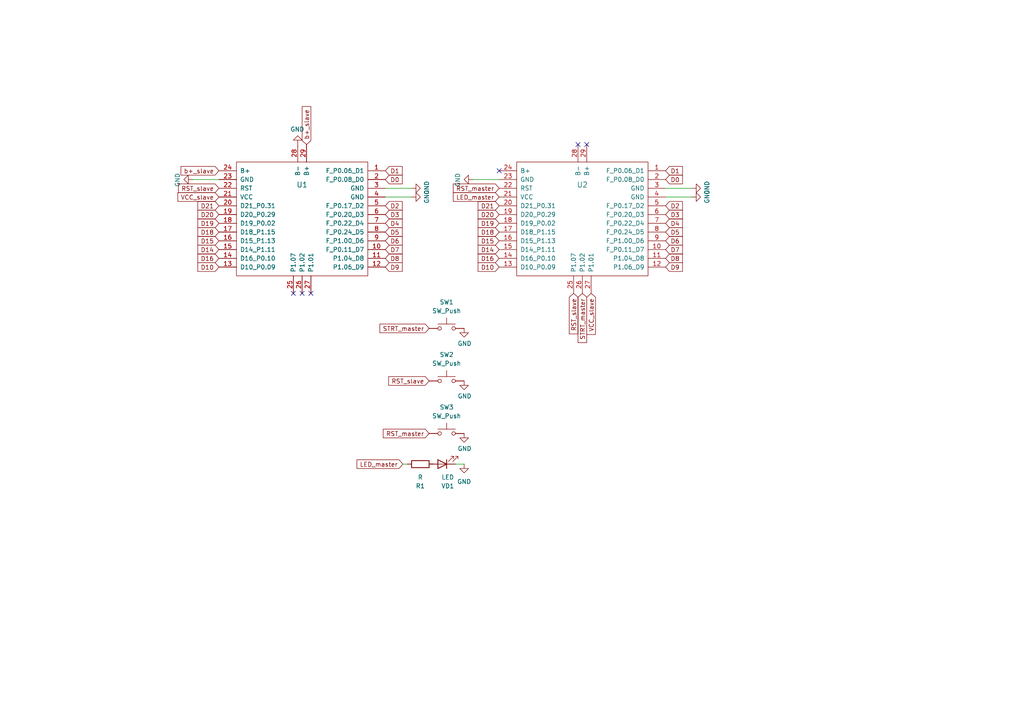
<source format=kicad_sch>
(kicad_sch (version 20250114) (generator "eeschema") (generator_version "9.0")
  (paper "A4")
  (lib_symbols
    (symbol "Device:LED" (pin_numbers (hide yes)) (pin_names (offset 1.016) (hide yes))
      (property "Reference" "D" (at 0 2.54 0))
      (property "Value" "LED" (at 0 -2.54 0))
      (symbol "LED_0_1"
        (polyline (pts (xy -3.048 -0.762) (xy -4.572 -2.286) (xy -3.81 -2.286) (xy -4.572 -2.286) (xy -4.572 -1.524)))
        (polyline (pts (xy -1.778 -0.762) (xy -3.302 -2.286) (xy -2.54 -2.286) (xy -3.302 -2.286) (xy -3.302 -1.524)))
        (polyline (pts (xy -1.27 0) (xy 1.27 0)))
        (polyline (pts (xy -1.27 -1.27) (xy -1.27 1.27)) (stroke (width 0.254)))
        (polyline (pts (xy 1.27 -1.27) (xy 1.27 1.27) (xy -1.27 0) (xy 1.27 -1.27)) (stroke (width 0.254)))
      )
      (symbol "LED_1_1"
        (pin passive line (at -3.81 0 0) (length 2.54) (name "K") (number "1"))
        (pin passive line (at 3.81 0 180) (length 2.54) (name "A") (number "2"))
      )
    )
    (symbol "Device:R" (pin_numbers (hide yes)) (pin_names (offset 0))
      (property "Reference" "R" (at 2.032 0 90))
      (property "Value" "R" (at 0 0 90))
      (symbol "R_0_1"
        (rectangle (start -1.016 -2.54) (end 1.016 2.54) (stroke (width 0.254)))
      )
      (symbol "R_1_1"
        (pin passive line (at 0 3.81 270) (length 1.27) (name "~") (number "1"))
        (pin passive line (at 0 -3.81 90) (length 1.27) (name "~") (number "2"))
      )
    )
    (symbol "GND_1" (power) (pin_numbers (hide yes)) (pin_names (offset 0) (hide yes))
      (property "Value" "GND" (at 0 -3.81 0))
      (symbol "GND_1_0_1"
        (polyline (pts (xy 0 0) (xy 0 -1.27) (xy 1.27 -1.27) (xy 0 -2.54) (xy -1.27 -1.27) (xy 0 -1.27)))
      )
      (symbol "GND_1_1_1"
        (pin power_in line (at 0 0 270) (length 0) (name "~") (number "1"))
      )
    )
    (symbol "Switch:SW_Push" (pin_numbers (hide yes)) (pin_names (offset 1.016) (hide yes))
      (property "Reference" "SW" (at 1.27 2.54 0))
      (property "Value" "SW_Push" (at 0 -1.524 0))
      (symbol "SW_Push_0_1"
        (circle (center -2.032 0) (radius 0.508))
        (polyline (pts (xy 0 1.27) (xy 0 3.048)))
        (circle (center 2.032 0) (radius 0.508))
        (polyline (pts (xy 2.54 1.27) (xy -2.54 1.27)))
        (pin passive line (at -5.08 0 0) (length 2.54) (name "1") (number "1"))
        (pin passive line (at 5.08 0 180) (length 2.54) (name "2") (number "2"))
      )
    )
    (symbol "kbd:ProMicro_r" (pin_names (offset 1.016))
      (property "Reference" "U1" (at 0 13.716 0))
      (symbol "ProMicro_r_0_1"
        (rectangle (start -19.05 20.32) (end 19.05 -12.7))
      )
      (symbol "ProMicro_r_1_1"
        (pin power_out line (at -24.13 17.78 0) (length 5.08) (name "B+") (number "24"))
        (pin power_in line (at -24.13 15.24 0) (length 5.08) (name "GND") (number "23"))
        (pin input line (at -24.13 12.7 0) (length 5.08) (name "RST") (number "22"))
        (pin power_in line (at -24.13 10.16 0) (length 5.08) (name "VCC") (number "21"))
        (pin bidirectional line (at -24.13 7.62 0) (length 5.08) (name "D21_P0.31") (number "20"))
        (pin bidirectional line (at -24.13 5.08 0) (length 5.08) (name "D20_P0.29") (number "19"))
        (pin bidirectional line (at -24.13 2.54 0) (length 5.08) (name "D19_P0.02") (number "18"))
        (pin bidirectional line (at -24.13 0 0) (length 5.08) (name "D18_P1.15") (number "17"))
        (pin bidirectional line (at -24.13 -2.54 0) (length 5.08) (name "D15_P1.13") (number "16"))
        (pin bidirectional line (at -24.13 -5.08 0) (length 5.08) (name "D14_P1.11") (number "15"))
        (pin bidirectional line (at -24.13 -7.62 0) (length 5.08) (name "D16_P0.10") (number "14"))
        (pin bidirectional line (at -24.13 -10.16 0) (length 5.08) (name "D10_P0.09") (number "13"))
        (pin bidirectional line (at -2.54 -17.78 90) (length 5.08) (name "P1.07") (number "25"))
        (pin bidirectional line (at -1.27 25.4 270) (length 5.08) (name "B-") (number "28"))
        (pin bidirectional line (at 0 -17.78 90) (length 5.08) (name "P1.02") (number "26"))
        (pin bidirectional line (at 1.27 25.4 270) (length 5.08) (name "B+") (number "29"))
        (pin bidirectional line (at 2.54 -17.78 90) (length 5.08) (name "P1.01") (number "27"))
        (pin bidirectional line (at 24.13 17.78 180) (length 5.08) (name "F_P0.06_D1") (number "1"))
        (pin bidirectional line (at 24.13 15.24 180) (length 5.08) (name "F_P0.08_D0") (number "2"))
        (pin power_in line (at 24.13 12.7 180) (length 5.08) (name "GND") (number "3"))
        (pin power_in line (at 24.13 10.16 180) (length 5.08) (name "GND") (number "4"))
        (pin bidirectional line (at 24.13 7.62 180) (length 5.08) (name "F_P0.17_D2") (number "5"))
        (pin bidirectional line (at 24.13 5.08 180) (length 5.08) (name "F_P0.20_D3") (number "6"))
        (pin bidirectional line (at 24.13 2.54 180) (length 5.08) (name "F_P0.22_D4") (number "7"))
        (pin bidirectional line (at 24.13 0 180) (length 5.08) (name "F_P0.24_D5") (number "8"))
        (pin bidirectional line (at 24.13 -2.54 180) (length 5.08) (name "F_P1.00_D6") (number "9"))
        (pin bidirectional line (at 24.13 -5.08 180) (length 5.08) (name "F_P0.11_D7") (number "10"))
        (pin bidirectional line (at 24.13 -7.62 180) (length 5.08) (name "P1.04_D8") (number "11"))
        (pin bidirectional line (at 24.13 -10.16 180) (length 5.08) (name "P1.06_D9") (number "12"))
      )
    )
    (symbol "power:GND" (power) (pin_names (offset 0))
      (property "Value" "GND" (at 0 -3.81 0))
      (symbol "GND_0_1"
        (polyline (pts (xy 0 0) (xy 0 -1.27) (xy 1.27 -1.27) (xy 0 -2.54) (xy -1.27 -1.27) (xy 0 -1.27)))
      )
      (symbol "GND_1_1"
        (pin power_in line (at 0 0 270) (length 0) (hide yes) (name "GND") (number "1"))
      )
    )
  )
  (no_connect (at 144.78 49.53))
  (no_connect (at 87.63 85.09))
  (no_connect (at 167.64 41.91))
  (no_connect (at 170.18 41.91))
  (no_connect (at 85.09 85.09))
  (no_connect (at 90.17 85.09))
  (wire (pts (xy 193.04 57.15) (xy 200.66 57.15)))
  (wire (pts (xy 111.76 54.61) (xy 119.38 54.61)))
  (wire (pts (xy 111.76 57.15) (xy 119.38 57.15)))
  (wire (pts (xy 118.11 134.62) (xy 116.84 134.62)))
  (wire (pts (xy 137.16 52.07) (xy 144.78 52.07)))
  (wire (pts (xy 55.88 52.07) (xy 63.5 52.07)))
  (wire (pts (xy 134.62 134.62) (xy 132.08 134.62)))
  (wire (pts (xy 125.73 134.62) (xy 124.46 134.62)))
  (wire (pts (xy 193.04 54.61) (xy 200.66 54.61)))
  (global_label "RST_slave" (shape input) (at 166.37 85.09 270) (property "Intersheetrefs" "${INTERSHEET_REFS}" (effects (hide yes))))
  (global_label "STRT_master" (shape input) (at 168.91 85.09 270) (property "Intersheetrefs" "${INTERSHEET_REFS}" (effects (hide yes))))
  (global_label "D7" (shape input) (at 193.04 72.39 0) (property "Intersheetrefs" "${INTERSHEET_REFS}" (effects (hide yes))))
  (global_label "D2" (shape input) (at 193.04 59.69 0) (property "Intersheetrefs" "${INTERSHEET_REFS}" (effects (hide yes))))
  (global_label "D2" (shape input) (at 111.76 59.69 0) (property "Intersheetrefs" "${INTERSHEET_REFS}" (effects (hide yes))))
  (global_label "D3" (shape input) (at 111.76 62.23 0) (property "Intersheetrefs" "${INTERSHEET_REFS}" (effects (hide yes))))
  (global_label "D5" (shape input) (at 111.76 67.31 0) (property "Intersheetrefs" "${INTERSHEET_REFS}" (effects (hide yes))))
  (global_label "D0" (shape input) (at 111.76 52.07 0) (property "Intersheetrefs" "${INTERSHEET_REFS}" (effects (hide yes))))
  (global_label "D10" (shape input) (at 144.78 77.47 180) (property "Intersheetrefs" "${INTERSHEET_REFS}" (effects (hide yes))))
  (global_label "D9" (shape input) (at 111.76 77.47 0) (property "Intersheetrefs" "${INTERSHEET_REFS}" (effects (hide yes))))
  (global_label "LED_master" (shape input) (at 116.84 134.62 180) (property "Intersheetrefs" "${INTERSHEET_REFS}" (effects (hide yes))))
  (global_label "D9" (shape input) (at 193.04 77.47 0) (property "Intersheetrefs" "${INTERSHEET_REFS}" (effects (hide yes))))
  (global_label "D10" (shape input) (at 63.5 77.47 180) (property "Intersheetrefs" "${INTERSHEET_REFS}" (effects (hide yes))))
  (global_label "D7" (shape input) (at 111.76 72.39 0) (property "Intersheetrefs" "${INTERSHEET_REFS}" (effects (hide yes))))
  (global_label "D18" (shape input) (at 144.78 67.31 180) (property "Intersheetrefs" "${INTERSHEET_REFS}" (effects (hide yes))))
  (global_label "D1" (shape input) (at 193.04 49.53 0) (property "Intersheetrefs" "${INTERSHEET_REFS}" (effects (hide yes))))
  (global_label "D14" (shape input) (at 144.78 72.39 180) (property "Intersheetrefs" "${INTERSHEET_REFS}" (effects (hide yes))))
  (global_label "D20" (shape input) (at 144.78 62.23 180) (property "Intersheetrefs" "${INTERSHEET_REFS}" (effects (hide yes))))
  (global_label "D16" (shape input) (at 63.5 74.93 180) (property "Intersheetrefs" "${INTERSHEET_REFS}" (effects (hide yes))))
  (global_label "VCC_slave" (shape input) (at 171.45 85.09 270) (property "Intersheetrefs" "${INTERSHEET_REFS}" (effects (hide yes))))
  (global_label "RST_slave" (shape input) (at 63.5 54.61 180) (property "Intersheetrefs" "${INTERSHEET_REFS}" (effects (hide yes))))
  (global_label "D19" (shape input) (at 63.5 64.77 180) (property "Intersheetrefs" "${INTERSHEET_REFS}" (effects (hide yes))))
  (global_label "b+_slave" (shape input) (at 63.5 49.53 180) (property "Intersheetrefs" "${INTERSHEET_REFS}" (effects (hide yes))))
  (global_label "D21" (shape input) (at 144.78 59.69 180) (property "Intersheetrefs" "${INTERSHEET_REFS}" (effects (hide yes))))
  (global_label "D3" (shape input) (at 193.04 62.23 0) (property "Intersheetrefs" "${INTERSHEET_REFS}" (effects (hide yes))))
  (global_label "D18" (shape input) (at 63.5 67.31 180) (property "Intersheetrefs" "${INTERSHEET_REFS}" (effects (hide yes))))
  (global_label "D15" (shape input) (at 144.78 69.85 180) (property "Intersheetrefs" "${INTERSHEET_REFS}" (effects (hide yes))))
  (global_label "D6" (shape input) (at 111.76 69.85 0) (property "Intersheetrefs" "${INTERSHEET_REFS}" (effects (hide yes))))
  (global_label "D6" (shape input) (at 193.04 69.85 0) (property "Intersheetrefs" "${INTERSHEET_REFS}" (effects (hide yes))))
  (global_label "RST_slave" (shape input) (at 124.46 110.49 180) (property "Intersheetrefs" "${INTERSHEET_REFS}" (effects (hide yes))))
  (global_label "D19" (shape input) (at 144.78 64.77 180) (property "Intersheetrefs" "${INTERSHEET_REFS}" (effects (hide yes))))
  (global_label "D5" (shape input) (at 193.04 67.31 0) (property "Intersheetrefs" "${INTERSHEET_REFS}" (effects (hide yes))))
  (global_label "LED_master" (shape input) (at 144.78 57.15 180) (property "Intersheetrefs" "${INTERSHEET_REFS}" (effects (hide yes))))
  (global_label "RST_master" (shape input) (at 124.46 125.73 180) (property "Intersheetrefs" "${INTERSHEET_REFS}" (effects (hide yes))))
  (global_label "RST_master" (shape input) (at 144.78 54.61 180) (property "Intersheetrefs" "${INTERSHEET_REFS}" (effects (hide yes))))
  (global_label "VCC_slave" (shape input) (at 63.5 57.15 180) (property "Intersheetrefs" "${INTERSHEET_REFS}" (effects (hide yes))))
  (global_label "D14" (shape input) (at 63.5 72.39 180) (property "Intersheetrefs" "${INTERSHEET_REFS}" (effects (hide yes))))
  (global_label "D15" (shape input) (at 63.5 69.85 180) (property "Intersheetrefs" "${INTERSHEET_REFS}" (effects (hide yes))))
  (global_label "D16" (shape input) (at 144.78 74.93 180) (property "Intersheetrefs" "${INTERSHEET_REFS}" (effects (hide yes))))
  (global_label "D8" (shape input) (at 193.04 74.93 0) (property "Intersheetrefs" "${INTERSHEET_REFS}" (effects (hide yes))))
  (global_label "STRT_master" (shape input) (at 124.46 95.25 180) (property "Intersheetrefs" "${INTERSHEET_REFS}" (effects (hide yes))))
  (global_label "D4" (shape input) (at 193.04 64.77 0) (property "Intersheetrefs" "${INTERSHEET_REFS}" (effects (hide yes))))
  (global_label "D0" (shape input) (at 193.04 52.07 0) (property "Intersheetrefs" "${INTERSHEET_REFS}" (effects (hide yes))))
  (global_label "D20" (shape input) (at 63.5 62.23 180) (property "Intersheetrefs" "${INTERSHEET_REFS}" (effects (hide yes))))
  (global_label "D8" (shape input) (at 111.76 74.93 0) (property "Intersheetrefs" "${INTERSHEET_REFS}" (effects (hide yes))))
  (global_label "b+_slave" (shape input) (at 88.9 41.91 90) (property "Intersheetrefs" "${INTERSHEET_REFS}" (effects (hide yes))))
  (global_label "D4" (shape input) (at 111.76 64.77 0) (property "Intersheetrefs" "${INTERSHEET_REFS}" (effects (hide yes))))
  (global_label "D21" (shape input) (at 63.5 59.69 180) (property "Intersheetrefs" "${INTERSHEET_REFS}" (effects (hide yes))))
  (global_label "D1" (shape input) (at 111.76 49.53 0) (property "Intersheetrefs" "${INTERSHEET_REFS}" (effects (hide yes))))
  (symbol (lib_id "power:GND") (at 200.66 54.61 90) (unit 1)
    (property "Reference" "#PWR02" (effects (hide yes)))
    (property "Value" "GND" (at 205.0542 54.483 0))
  )
  (symbol (lib_id "power:GND") (at 86.36 41.91 180) (unit 1)
    (property "Reference" "#PWR09" (effects (hide yes)))
    (property "Value" "GND" (at 86.233 37.5158 0))
  )
  (symbol (lib_id "Device:R") (at 121.92 134.62 90) (unit 1)
    (property "Reference" "R1" (at 121.92 140.97 90))
    (property "Value" "R" (at 121.92 138.43 90))
    (property "Description" "Resistor" (effects (hide yes)))
  )
  (symbol (lib_id "power:GND") (at 134.62 95.25 0) (unit 1)
    (property "Reference" "#PWR07" (effects (hide yes)))
    (property "Value" "GND" (at 134.747 99.6442 0))
  )
  (symbol (lib_id "power:GND") (at 134.62 125.73 0) (unit 1)
    (property "Reference" "#PWR06" (effects (hide yes)))
    (property "Value" "GND" (at 134.747 130.1242 0))
  )
  (symbol (lib_id "kbd:ProMicro_r") (at 87.63 67.31 0) (unit 1)
    (property "Reference" "U1" (at 87.63 53.594 0) (effects (font (size 1.524 1.524))))
    (property "Value" "ProMicro_r" (effects (hide yes)))
    (property "Footprint" "didSwitch:ProMicro_cutout" (effects (hide yes)))
  )
  (symbol (lib_id "Device:LED") (at 128.27 134.62 180) (unit 1)
    (property "Reference" "VD1" (at 129.8575 140.97 0))
    (property "Value" "LED" (at 129.8575 138.43 0))
    (property "Description" "Light emitting diode" (effects (hide yes)))
    (property "Sim.Pins" "1=K 2=A" (effects (hide yes)))
  )
  (symbol (lib_name "GND_1") (lib_id "power:GND") (at 134.62 134.62 0) (unit 1)
    (property "Reference" "#PWR08" (effects (hide yes)))
    (property "Value" "GND" (at 134.62 139.7 0))
    (property "Description" "Power symbol creates a global label with name \"GND\" , ground" (effects (hide yes)))
  )
  (symbol (lib_id "power:GND") (at 134.62 110.49 0) (unit 1)
    (property "Reference" "#PWR05" (effects (hide yes)))
    (property "Value" "GND" (at 134.747 114.8842 0))
  )
  (symbol (lib_id "power:GND") (at 200.66 57.15 90) (unit 1)
    (property "Reference" "#PWR03" (effects (hide yes)))
    (property "Value" "GND" (at 205.0542 57.023 0))
  )
  (symbol (lib_id "power:GND") (at 55.88 52.07 270) (unit 1)
    (property "Reference" "#PWR018" (effects (hide yes)))
    (property "Value" "GND" (at 51.4858 52.197 0))
  )
  (symbol (lib_id "Switch:SW_Push") (at 129.54 95.25 0) (unit 1)
    (property "Reference" "SW1" (at 129.54 87.63 0))
    (property "Value" "SW_Push" (at 129.54 90.17 0))
    (property "Description" "Push button switch, generic, two pins" (effects (hide yes)))
  )
  (symbol (lib_id "power:GND") (at 119.38 57.15 90) (unit 1)
    (property "Reference" "#PWR0107" (effects (hide yes)))
    (property "Value" "GND" (at 123.7742 57.023 0))
  )
  (symbol (lib_id "power:GND") (at 119.38 54.61 90) (unit 1)
    (property "Reference" "#PWR01" (effects (hide yes)))
    (property "Value" "GND" (at 123.7742 54.483 0))
  )
  (symbol (lib_id "Switch:SW_Push") (at 129.54 125.73 0) (unit 1)
    (property "Reference" "SW3" (at 129.54 118.11 0))
    (property "Value" "SW_Push" (at 129.54 120.65 0))
    (property "Description" "Push button switch, generic, two pins" (effects (hide yes)))
  )
  (symbol (lib_id "power:GND") (at 137.16 52.07 270) (unit 1)
    (property "Reference" "#PWR04" (effects (hide yes)))
    (property "Value" "GND" (at 132.7658 52.197 0))
  )
  (symbol (lib_id "Switch:SW_Push") (at 129.54 110.49 0) (unit 1)
    (property "Reference" "SW2" (at 129.54 102.87 0))
    (property "Value" "SW_Push" (at 129.54 105.41 0))
    (property "Description" "Push button switch, generic, two pins" (effects (hide yes)))
  )
  (symbol (lib_id "kbd:ProMicro_r") (at 168.91 67.31 0) (unit 1)
    (property "Reference" "U2" (at 168.91 53.594 0) (effects (font (size 1.524 1.524))))
    (property "Value" "ProMicro_r" (effects (hide yes)))
    (property "Footprint" "didSwitch:ProMicro_cutout" (effects (hide yes)))
  )
)
</source>
